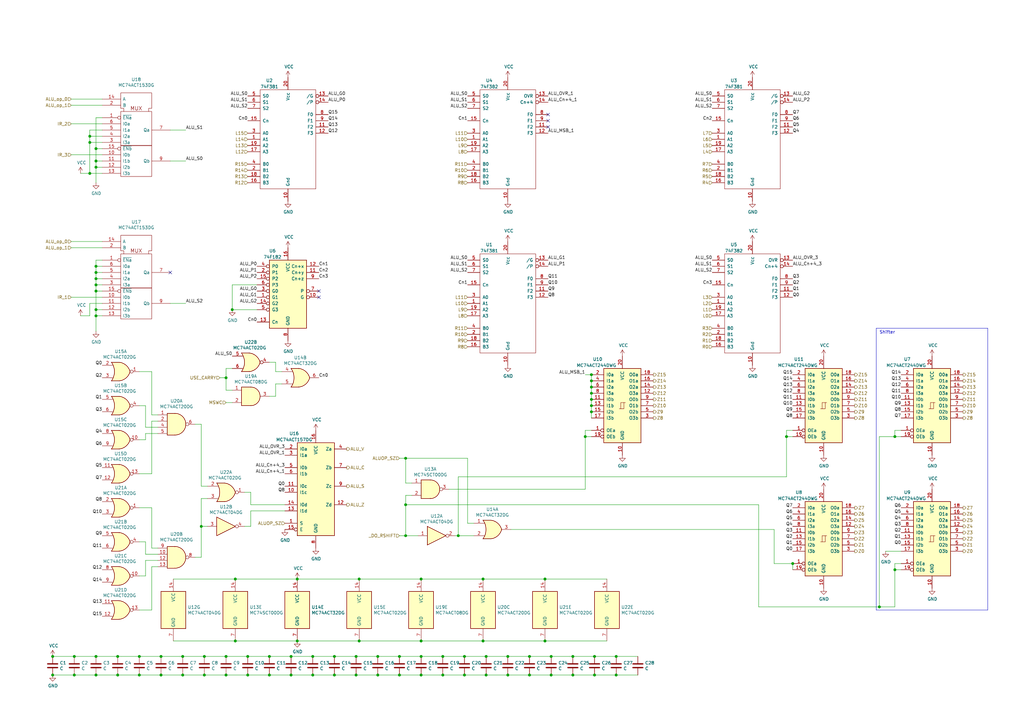
<source format=kicad_sch>
(kicad_sch (version 20200827) (generator eeschema)
  (page 3 7)
  (paper "A3")
  (junction (at 21.59 269.24) (diameter 1.016))
  (junction (at 21.59 276.86) (diameter 1.016))
  (junction (at 30.48 269.24) (diameter 1.016))
  (junction (at 30.48 276.86) (diameter 1.016))
  (junction (at 36.83 55.88) (diameter 1.016))
  (junction (at 36.83 58.42) (diameter 1.016))
  (junction (at 36.83 71.12) (diameter 1.016))
  (junction (at 39.37 60.96) (diameter 1.016))
  (junction (at 39.37 66.04) (diameter 1.016))
  (junction (at 39.37 68.58) (diameter 1.016))
  (junction (at 39.37 109.22) (diameter 1.016))
  (junction (at 39.37 111.76) (diameter 1.016))
  (junction (at 39.37 114.3) (diameter 1.016))
  (junction (at 39.37 116.84) (diameter 1.016))
  (junction (at 39.37 119.38) (diameter 1.016))
  (junction (at 39.37 127) (diameter 1.016))
  (junction (at 39.37 129.54) (diameter 1.016))
  (junction (at 39.37 269.24) (diameter 1.016))
  (junction (at 39.37 276.86) (diameter 1.016))
  (junction (at 48.26 269.24) (diameter 1.016))
  (junction (at 48.26 276.86) (diameter 1.016))
  (junction (at 57.15 269.24) (diameter 1.016))
  (junction (at 57.15 276.86) (diameter 1.016))
  (junction (at 66.04 269.24) (diameter 1.016))
  (junction (at 66.04 276.86) (diameter 1.016))
  (junction (at 74.93 269.24) (diameter 1.016))
  (junction (at 74.93 276.86) (diameter 1.016))
  (junction (at 82.55 215.9) (diameter 1.016))
  (junction (at 83.82 269.24) (diameter 1.016))
  (junction (at 83.82 276.86) (diameter 1.016))
  (junction (at 92.71 154.94) (diameter 1.016))
  (junction (at 92.71 269.24) (diameter 1.016))
  (junction (at 92.71 276.86) (diameter 1.016))
  (junction (at 95.25 127) (diameter 1.016))
  (junction (at 96.52 237.49) (diameter 1.016))
  (junction (at 96.52 262.89) (diameter 1.016))
  (junction (at 101.6 269.24) (diameter 1.016))
  (junction (at 101.6 276.86) (diameter 1.016))
  (junction (at 110.49 269.24) (diameter 1.016))
  (junction (at 110.49 276.86) (diameter 1.016))
  (junction (at 119.38 269.24) (diameter 1.016))
  (junction (at 119.38 276.86) (diameter 1.016))
  (junction (at 121.92 237.49) (diameter 1.016))
  (junction (at 121.92 262.89) (diameter 1.016))
  (junction (at 128.27 269.24) (diameter 1.016))
  (junction (at 128.27 276.86) (diameter 1.016))
  (junction (at 137.16 269.24) (diameter 1.016))
  (junction (at 137.16 276.86) (diameter 1.016))
  (junction (at 146.05 269.24) (diameter 1.016))
  (junction (at 146.05 276.86) (diameter 1.016))
  (junction (at 147.32 237.49) (diameter 1.016))
  (junction (at 147.32 262.89) (diameter 1.016))
  (junction (at 154.94 269.24) (diameter 1.016))
  (junction (at 154.94 276.86) (diameter 1.016))
  (junction (at 163.83 269.24) (diameter 1.016))
  (junction (at 163.83 276.86) (diameter 1.016))
  (junction (at 166.37 187.96) (diameter 1.016))
  (junction (at 166.37 207.01) (diameter 1.016))
  (junction (at 166.37 219.71) (diameter 1.016))
  (junction (at 172.72 237.49) (diameter 1.016))
  (junction (at 172.72 262.89) (diameter 1.016))
  (junction (at 172.72 269.24) (diameter 1.016))
  (junction (at 172.72 276.86) (diameter 1.016))
  (junction (at 181.61 269.24) (diameter 1.016))
  (junction (at 181.61 276.86) (diameter 1.016))
  (junction (at 187.96 219.71) (diameter 1.016))
  (junction (at 190.5 269.24) (diameter 1.016))
  (junction (at 190.5 276.86) (diameter 1.016))
  (junction (at 198.12 237.49) (diameter 1.016))
  (junction (at 198.12 262.89) (diameter 1.016))
  (junction (at 199.39 269.24) (diameter 1.016))
  (junction (at 199.39 276.86) (diameter 1.016))
  (junction (at 208.28 269.24) (diameter 1.016))
  (junction (at 208.28 276.86) (diameter 1.016))
  (junction (at 217.17 269.24) (diameter 1.016))
  (junction (at 217.17 276.86) (diameter 1.016))
  (junction (at 223.52 237.49) (diameter 1.016))
  (junction (at 223.52 262.89) (diameter 1.016))
  (junction (at 226.06 269.24) (diameter 1.016))
  (junction (at 226.06 276.86) (diameter 1.016))
  (junction (at 234.95 269.24) (diameter 1.016))
  (junction (at 234.95 276.86) (diameter 1.016))
  (junction (at 240.03 179.07) (diameter 1.016))
  (junction (at 242.57 153.67) (diameter 1.016))
  (junction (at 242.57 156.21) (diameter 1.016))
  (junction (at 242.57 158.75) (diameter 1.016))
  (junction (at 242.57 161.29) (diameter 1.016))
  (junction (at 242.57 163.83) (diameter 1.016))
  (junction (at 242.57 166.37) (diameter 1.016))
  (junction (at 242.57 168.91) (diameter 1.016))
  (junction (at 243.84 269.24) (diameter 1.016))
  (junction (at 243.84 276.86) (diameter 1.016))
  (junction (at 252.73 269.24) (diameter 1.016))
  (junction (at 252.73 276.86) (diameter 1.016))
  (junction (at 322.58 179.07) (diameter 1.016))
  (junction (at 325.12 231.14) (diameter 1.016))
  (junction (at 360.68 248.92) (diameter 1.016))
  (junction (at 367.03 179.07) (diameter 1.016))
  (junction (at 367.03 233.68) (diameter 1.016))
  (no_connect (at 224.79 46.99))
  (no_connect (at 69.85 111.76))
  (no_connect (at 224.79 52.07))
  (no_connect (at 130.81 121.92))
  (no_connect (at 130.81 119.38))
  (no_connect (at 224.79 49.53))
  (wire (pts (xy 21.59 269.24) (xy 30.48 269.24)))
  (wire (pts (xy 21.59 276.86) (xy 30.48 276.86)))
  (wire (pts (xy 29.21 40.64) (xy 41.91 40.64)))
  (wire (pts (xy 29.21 43.18) (xy 41.91 43.18)))
  (wire (pts (xy 29.21 50.8) (xy 41.91 50.8)))
  (wire (pts (xy 29.21 63.5) (xy 41.91 63.5)))
  (wire (pts (xy 29.21 99.06) (xy 41.91 99.06)))
  (wire (pts (xy 29.21 101.6) (xy 41.91 101.6)))
  (wire (pts (xy 30.48 269.24) (xy 39.37 269.24)))
  (wire (pts (xy 30.48 276.86) (xy 39.37 276.86)))
  (wire (pts (xy 36.83 53.34) (xy 36.83 55.88)))
  (wire (pts (xy 36.83 55.88) (xy 36.83 58.42)))
  (wire (pts (xy 36.83 55.88) (xy 41.91 55.88)))
  (wire (pts (xy 36.83 58.42) (xy 36.83 71.12)))
  (wire (pts (xy 36.83 58.42) (xy 41.91 58.42)))
  (wire (pts (xy 36.83 71.12) (xy 33.02 71.12)))
  (wire (pts (xy 36.83 71.12) (xy 41.91 71.12)))
  (wire (pts (xy 36.83 124.46) (xy 36.83 129.54)))
  (wire (pts (xy 36.83 129.54) (xy 33.02 129.54)))
  (wire (pts (xy 39.37 48.26) (xy 39.37 60.96)))
  (wire (pts (xy 39.37 60.96) (xy 39.37 66.04)))
  (wire (pts (xy 39.37 60.96) (xy 41.91 60.96)))
  (wire (pts (xy 39.37 66.04) (xy 39.37 68.58)))
  (wire (pts (xy 39.37 68.58) (xy 39.37 74.93)))
  (wire (pts (xy 39.37 106.68) (xy 39.37 109.22)))
  (wire (pts (xy 39.37 109.22) (xy 39.37 111.76)))
  (wire (pts (xy 39.37 111.76) (xy 39.37 114.3)))
  (wire (pts (xy 39.37 114.3) (xy 39.37 116.84)))
  (wire (pts (xy 39.37 116.84) (xy 39.37 119.38)))
  (wire (pts (xy 39.37 119.38) (xy 39.37 127)))
  (wire (pts (xy 39.37 119.38) (xy 41.91 119.38)))
  (wire (pts (xy 39.37 127) (xy 39.37 129.54)))
  (wire (pts (xy 39.37 127) (xy 41.91 127)))
  (wire (pts (xy 39.37 129.54) (xy 39.37 135.89)))
  (wire (pts (xy 39.37 129.54) (xy 41.91 129.54)))
  (wire (pts (xy 39.37 269.24) (xy 48.26 269.24)))
  (wire (pts (xy 39.37 276.86) (xy 48.26 276.86)))
  (wire (pts (xy 41.91 48.26) (xy 39.37 48.26)))
  (wire (pts (xy 41.91 53.34) (xy 36.83 53.34)))
  (wire (pts (xy 41.91 66.04) (xy 39.37 66.04)))
  (wire (pts (xy 41.91 68.58) (xy 39.37 68.58)))
  (wire (pts (xy 41.91 106.68) (xy 39.37 106.68)))
  (wire (pts (xy 41.91 109.22) (xy 39.37 109.22)))
  (wire (pts (xy 41.91 111.76) (xy 39.37 111.76)))
  (wire (pts (xy 41.91 114.3) (xy 39.37 114.3)))
  (wire (pts (xy 41.91 116.84) (xy 39.37 116.84)))
  (wire (pts (xy 41.91 121.92) (xy 29.21 121.92)))
  (wire (pts (xy 41.91 124.46) (xy 36.83 124.46)))
  (wire (pts (xy 48.26 269.24) (xy 57.15 269.24)))
  (wire (pts (xy 48.26 276.86) (xy 57.15 276.86)))
  (wire (pts (xy 57.15 152.4) (xy 62.23 152.4)))
  (wire (pts (xy 57.15 166.37) (xy 59.69 166.37)))
  (wire (pts (xy 57.15 180.34) (xy 59.69 180.34)))
  (wire (pts (xy 57.15 194.31) (xy 62.23 194.31)))
  (wire (pts (xy 57.15 208.28) (xy 62.23 208.28)))
  (wire (pts (xy 57.15 222.25) (xy 59.69 222.25)))
  (wire (pts (xy 57.15 236.22) (xy 59.69 236.22)))
  (wire (pts (xy 57.15 250.19) (xy 62.23 250.19)))
  (wire (pts (xy 57.15 269.24) (xy 66.04 269.24)))
  (wire (pts (xy 57.15 276.86) (xy 66.04 276.86)))
  (wire (pts (xy 59.69 166.37) (xy 59.69 175.26)))
  (wire (pts (xy 59.69 175.26) (xy 64.77 175.26)))
  (wire (pts (xy 59.69 177.8) (xy 64.77 177.8)))
  (wire (pts (xy 59.69 180.34) (xy 59.69 177.8)))
  (wire (pts (xy 59.69 222.25) (xy 59.69 227.33)))
  (wire (pts (xy 59.69 227.33) (xy 64.77 227.33)))
  (wire (pts (xy 59.69 229.87) (xy 64.77 229.87)))
  (wire (pts (xy 59.69 236.22) (xy 59.69 229.87)))
  (wire (pts (xy 62.23 152.4) (xy 62.23 170.18)))
  (wire (pts (xy 62.23 170.18) (xy 64.77 170.18)))
  (wire (pts (xy 62.23 172.72) (xy 64.77 172.72)))
  (wire (pts (xy 62.23 194.31) (xy 62.23 172.72)))
  (wire (pts (xy 62.23 208.28) (xy 62.23 224.79)))
  (wire (pts (xy 62.23 224.79) (xy 64.77 224.79)))
  (wire (pts (xy 62.23 232.41) (xy 64.77 232.41)))
  (wire (pts (xy 62.23 250.19) (xy 62.23 232.41)))
  (wire (pts (xy 66.04 269.24) (xy 74.93 269.24)))
  (wire (pts (xy 66.04 276.86) (xy 74.93 276.86)))
  (wire (pts (xy 69.85 53.34) (xy 76.2 53.34)))
  (wire (pts (xy 69.85 66.04) (xy 76.2 66.04)))
  (wire (pts (xy 69.85 124.46) (xy 76.2 124.46)))
  (wire (pts (xy 71.12 237.49) (xy 96.52 237.49)))
  (wire (pts (xy 71.12 262.89) (xy 96.52 262.89)))
  (wire (pts (xy 74.93 269.24) (xy 83.82 269.24)))
  (wire (pts (xy 74.93 276.86) (xy 83.82 276.86)))
  (wire (pts (xy 80.01 173.99) (xy 82.55 173.99)))
  (wire (pts (xy 80.01 228.6) (xy 82.55 228.6)))
  (wire (pts (xy 82.55 173.99) (xy 82.55 199.39)))
  (wire (pts (xy 82.55 199.39) (xy 85.09 199.39)))
  (wire (pts (xy 82.55 204.47) (xy 85.09 204.47)))
  (wire (pts (xy 82.55 215.9) (xy 82.55 204.47)))
  (wire (pts (xy 82.55 215.9) (xy 85.09 215.9)))
  (wire (pts (xy 82.55 228.6) (xy 82.55 215.9)))
  (wire (pts (xy 83.82 269.24) (xy 92.71 269.24)))
  (wire (pts (xy 83.82 276.86) (xy 92.71 276.86)))
  (wire (pts (xy 90.17 154.94) (xy 92.71 154.94)))
  (wire (pts (xy 92.71 151.13) (xy 95.25 151.13)))
  (wire (pts (xy 92.71 154.94) (xy 92.71 151.13)))
  (wire (pts (xy 92.71 154.94) (xy 92.71 160.02)))
  (wire (pts (xy 92.71 160.02) (xy 95.25 160.02)))
  (wire (pts (xy 92.71 165.1) (xy 95.25 165.1)))
  (wire (pts (xy 92.71 269.24) (xy 101.6 269.24)))
  (wire (pts (xy 92.71 276.86) (xy 101.6 276.86)))
  (wire (pts (xy 95.25 116.84) (xy 95.25 127)))
  (wire (pts (xy 96.52 237.49) (xy 121.92 237.49)))
  (wire (pts (xy 96.52 262.89) (xy 121.92 262.89)))
  (wire (pts (xy 100.33 201.93) (xy 102.87 201.93)))
  (wire (pts (xy 100.33 215.9) (xy 102.87 215.9)))
  (wire (pts (xy 101.6 269.24) (xy 110.49 269.24)))
  (wire (pts (xy 101.6 276.86) (xy 110.49 276.86)))
  (wire (pts (xy 102.87 201.93) (xy 102.87 207.01)))
  (wire (pts (xy 102.87 207.01) (xy 116.84 207.01)))
  (wire (pts (xy 102.87 209.55) (xy 116.84 209.55)))
  (wire (pts (xy 102.87 215.9) (xy 102.87 209.55)))
  (wire (pts (xy 105.41 116.84) (xy 95.25 116.84)))
  (wire (pts (xy 105.41 127) (xy 95.25 127)))
  (wire (pts (xy 110.49 148.59) (xy 113.03 148.59)))
  (wire (pts (xy 110.49 162.56) (xy 113.03 162.56)))
  (wire (pts (xy 110.49 269.24) (xy 119.38 269.24)))
  (wire (pts (xy 110.49 276.86) (xy 119.38 276.86)))
  (wire (pts (xy 113.03 148.59) (xy 113.03 152.4)))
  (wire (pts (xy 113.03 152.4) (xy 115.57 152.4)))
  (wire (pts (xy 113.03 157.48) (xy 115.57 157.48)))
  (wire (pts (xy 113.03 162.56) (xy 113.03 157.48)))
  (wire (pts (xy 119.38 269.24) (xy 128.27 269.24)))
  (wire (pts (xy 119.38 276.86) (xy 128.27 276.86)))
  (wire (pts (xy 121.92 237.49) (xy 147.32 237.49)))
  (wire (pts (xy 121.92 262.89) (xy 147.32 262.89)))
  (wire (pts (xy 128.27 269.24) (xy 137.16 269.24)))
  (wire (pts (xy 128.27 276.86) (xy 137.16 276.86)))
  (wire (pts (xy 137.16 269.24) (xy 146.05 269.24)))
  (wire (pts (xy 137.16 276.86) (xy 146.05 276.86)))
  (wire (pts (xy 146.05 269.24) (xy 154.94 269.24)))
  (wire (pts (xy 146.05 276.86) (xy 154.94 276.86)))
  (wire (pts (xy 147.32 237.49) (xy 172.72 237.49)))
  (wire (pts (xy 147.32 262.89) (xy 172.72 262.89)))
  (wire (pts (xy 154.94 269.24) (xy 163.83 269.24)))
  (wire (pts (xy 154.94 276.86) (xy 163.83 276.86)))
  (wire (pts (xy 163.83 187.96) (xy 166.37 187.96)))
  (wire (pts (xy 163.83 269.24) (xy 172.72 269.24)))
  (wire (pts (xy 163.83 276.86) (xy 172.72 276.86)))
  (wire (pts (xy 166.37 187.96) (xy 166.37 198.12)))
  (wire (pts (xy 166.37 187.96) (xy 191.77 187.96)))
  (wire (pts (xy 166.37 198.12) (xy 168.91 198.12)))
  (wire (pts (xy 166.37 203.2) (xy 168.91 203.2)))
  (wire (pts (xy 166.37 207.01) (xy 166.37 203.2)))
  (wire (pts (xy 166.37 207.01) (xy 311.15 207.01)))
  (wire (pts (xy 166.37 219.71) (xy 163.83 219.71)))
  (wire (pts (xy 166.37 219.71) (xy 166.37 207.01)))
  (wire (pts (xy 171.45 219.71) (xy 166.37 219.71)))
  (wire (pts (xy 172.72 237.49) (xy 198.12 237.49)))
  (wire (pts (xy 172.72 262.89) (xy 198.12 262.89)))
  (wire (pts (xy 172.72 269.24) (xy 181.61 269.24)))
  (wire (pts (xy 172.72 276.86) (xy 181.61 276.86)))
  (wire (pts (xy 181.61 269.24) (xy 190.5 269.24)))
  (wire (pts (xy 181.61 276.86) (xy 190.5 276.86)))
  (wire (pts (xy 184.15 200.66) (xy 240.03 200.66)))
  (wire (pts (xy 186.69 219.71) (xy 187.96 219.71)))
  (wire (pts (xy 187.96 195.58) (xy 187.96 219.71)))
  (wire (pts (xy 187.96 219.71) (xy 194.31 219.71)))
  (wire (pts (xy 190.5 269.24) (xy 199.39 269.24)))
  (wire (pts (xy 190.5 276.86) (xy 199.39 276.86)))
  (wire (pts (xy 191.77 187.96) (xy 191.77 214.63)))
  (wire (pts (xy 191.77 214.63) (xy 194.31 214.63)))
  (wire (pts (xy 198.12 237.49) (xy 223.52 237.49)))
  (wire (pts (xy 198.12 262.89) (xy 223.52 262.89)))
  (wire (pts (xy 199.39 269.24) (xy 208.28 269.24)))
  (wire (pts (xy 199.39 276.86) (xy 208.28 276.86)))
  (wire (pts (xy 208.28 269.24) (xy 217.17 269.24)))
  (wire (pts (xy 208.28 276.86) (xy 217.17 276.86)))
  (wire (pts (xy 209.55 217.17) (xy 317.5 217.17)))
  (wire (pts (xy 217.17 269.24) (xy 226.06 269.24)))
  (wire (pts (xy 217.17 276.86) (xy 226.06 276.86)))
  (wire (pts (xy 223.52 237.49) (xy 248.92 237.49)))
  (wire (pts (xy 223.52 262.89) (xy 248.92 262.89)))
  (wire (pts (xy 226.06 269.24) (xy 234.95 269.24)))
  (wire (pts (xy 226.06 276.86) (xy 234.95 276.86)))
  (wire (pts (xy 234.95 269.24) (xy 243.84 269.24)))
  (wire (pts (xy 234.95 276.86) (xy 243.84 276.86)))
  (wire (pts (xy 240.03 153.67) (xy 242.57 153.67)))
  (wire (pts (xy 240.03 176.53) (xy 242.57 176.53)))
  (wire (pts (xy 240.03 179.07) (xy 240.03 176.53)))
  (wire (pts (xy 240.03 200.66) (xy 240.03 179.07)))
  (wire (pts (xy 242.57 153.67) (xy 242.57 156.21)))
  (wire (pts (xy 242.57 156.21) (xy 242.57 158.75)))
  (wire (pts (xy 242.57 158.75) (xy 242.57 161.29)))
  (wire (pts (xy 242.57 161.29) (xy 242.57 163.83)))
  (wire (pts (xy 242.57 163.83) (xy 242.57 166.37)))
  (wire (pts (xy 242.57 166.37) (xy 242.57 168.91)))
  (wire (pts (xy 242.57 168.91) (xy 242.57 171.45)))
  (wire (pts (xy 242.57 179.07) (xy 240.03 179.07)))
  (wire (pts (xy 243.84 269.24) (xy 252.73 269.24)))
  (wire (pts (xy 243.84 276.86) (xy 252.73 276.86)))
  (wire (pts (xy 252.73 269.24) (xy 261.62 269.24)))
  (wire (pts (xy 252.73 276.86) (xy 261.62 276.86)))
  (wire (pts (xy 311.15 207.01) (xy 311.15 248.92)))
  (wire (pts (xy 317.5 217.17) (xy 317.5 231.14)))
  (wire (pts (xy 317.5 231.14) (xy 325.12 231.14)))
  (wire (pts (xy 322.58 176.53) (xy 322.58 179.07)))
  (wire (pts (xy 322.58 179.07) (xy 322.58 195.58)))
  (wire (pts (xy 322.58 179.07) (xy 325.12 179.07)))
  (wire (pts (xy 322.58 195.58) (xy 187.96 195.58)))
  (wire (pts (xy 325.12 176.53) (xy 322.58 176.53)))
  (wire (pts (xy 325.12 231.14) (xy 325.12 233.68)))
  (wire (pts (xy 360.68 179.07) (xy 367.03 179.07)))
  (wire (pts (xy 360.68 248.92) (xy 311.15 248.92)))
  (wire (pts (xy 360.68 248.92) (xy 360.68 179.07)))
  (wire (pts (xy 363.22 226.06) (xy 369.57 226.06)))
  (wire (pts (xy 367.03 176.53) (xy 369.57 176.53)))
  (wire (pts (xy 367.03 179.07) (xy 367.03 176.53)))
  (wire (pts (xy 367.03 179.07) (xy 369.57 179.07)))
  (wire (pts (xy 367.03 231.14) (xy 369.57 231.14)))
  (wire (pts (xy 367.03 233.68) (xy 367.03 231.14)))
  (wire (pts (xy 367.03 233.68) (xy 367.03 248.92)))
  (wire (pts (xy 367.03 248.92) (xy 360.68 248.92)))
  (wire (pts (xy 369.57 233.68) (xy 367.03 233.68)))
  (polyline (pts (xy 359.41 134.62) (xy 405.13 134.62)) (stroke (width 0) (type solid)))
  (polyline (pts (xy 359.41 250.19) (xy 359.41 134.62)) (stroke (width 0) (type solid)))
  (polyline (pts (xy 405.13 134.62) (xy 405.13 250.19)) (stroke (width 0) (type solid)))
  (polyline (pts (xy 405.13 250.19) (xy 359.41 250.19)) (stroke (width 0) (type solid)))
  (text "Shifter" (at 360.68 137.16 0) (effects (font (size 1.27 1.27)) (justify left bottom)))
  (label "Q0" (at 41.91 149.86 180))
  (label "Q2" (at 41.91 154.94 180))
  (label "Q1" (at 41.91 163.83 180))
  (label "Q3" (at 41.91 168.91 180))
  (label "Q4" (at 41.91 177.8 180))
  (label "Q6" (at 41.91 182.88 180))
  (label "Q5" (at 41.91 191.77 180))
  (label "Q7" (at 41.91 196.85 180))
  (label "Q8" (at 41.91 205.74 180))
  (label "Q10" (at 41.91 210.82 180))
  (label "Q9" (at 41.91 219.71 180))
  (label "Q11" (at 41.91 224.79 180))
  (label "Q12" (at 41.91 233.68 180))
  (label "Q14" (at 41.91 238.76 180))
  (label "Q13" (at 41.91 247.65 180))
  (label "Q15" (at 41.91 252.73 180))
  (label "ALU_S1" (at 76.2 53.34 0))
  (label "ALU_S0" (at 76.2 66.04 0))
  (label "ALU_S2" (at 76.2 124.46 0))
  (label "ALU_S0" (at 95.25 146.05 180))
  (label "ALU_S0" (at 101.6 39.37 180))
  (label "ALU_S1" (at 101.6 41.91 180))
  (label "ALU_S2" (at 101.6 44.45 180))
  (label "Cn0" (at 101.6 49.53 180))
  (label "ALU_P0" (at 105.41 109.22 180))
  (label "ALU_P1" (at 105.41 111.76 180))
  (label "ALU_P2" (at 105.41 114.3 180))
  (label "ALU_G0" (at 105.41 119.38 180))
  (label "ALU_G1" (at 105.41 121.92 180))
  (label "ALU_G2" (at 105.41 124.46 180))
  (label "Cn0" (at 105.41 132.08 180))
  (label "ALU_OVR_3" (at 116.84 184.15 180))
  (label "ALU_OVR_1" (at 116.84 186.69 180))
  (label "ALU_Cn+4_3" (at 116.84 191.77 180))
  (label "ALU_Cn+4_1" (at 116.84 194.31 180))
  (label "Q0" (at 116.84 199.39 180))
  (label "Q8" (at 116.84 201.93 180))
  (label "Cn1" (at 130.81 109.22 0))
  (label "Cn2" (at 130.81 111.76 0))
  (label "Cn3" (at 130.81 114.3 0))
  (label "Cn0" (at 130.81 154.94 0))
  (label "ALU_G0" (at 134.62 39.37 0))
  (label "ALU_P0" (at 134.62 41.91 0))
  (label "Q15" (at 134.62 46.99 0))
  (label "Q14" (at 134.62 49.53 0))
  (label "Q13" (at 134.62 52.07 0))
  (label "Q12" (at 134.62 54.61 0))
  (label "ALU_S0" (at 191.77 39.37 180))
  (label "ALU_S1" (at 191.77 41.91 180))
  (label "ALU_S2" (at 191.77 44.45 180))
  (label "Cn1" (at 191.77 49.53 180))
  (label "ALU_S0" (at 191.77 106.68 180))
  (label "ALU_S1" (at 191.77 109.22 180))
  (label "ALU_S2" (at 191.77 111.76 180))
  (label "Cn1" (at 191.77 116.84 180))
  (label "ALU_OVR_1" (at 224.79 39.37 0))
  (label "ALU_Cn+4_1" (at 224.79 41.91 0))
  (label "ALU_MSB_1" (at 224.79 54.61 0))
  (label "ALU_G1" (at 224.79 106.68 0))
  (label "ALU_P1" (at 224.79 109.22 0))
  (label "Q11" (at 224.79 114.3 0))
  (label "Q10" (at 224.79 116.84 0))
  (label "Q9" (at 224.79 119.38 0))
  (label "Q8" (at 224.79 121.92 0))
  (label "ALU_MSB_1" (at 240.03 153.67 180))
  (label "ALU_S0" (at 292.1 39.37 180))
  (label "ALU_S1" (at 292.1 41.91 180))
  (label "ALU_S2" (at 292.1 44.45 180))
  (label "Cn2" (at 292.1 49.53 180))
  (label "ALU_S0" (at 292.1 106.68 180))
  (label "ALU_S1" (at 292.1 109.22 180))
  (label "ALU_S2" (at 292.1 111.76 180))
  (label "Cn3" (at 292.1 116.84 180))
  (label "ALU_G2" (at 325.12 39.37 0))
  (label "ALU_P2" (at 325.12 41.91 0))
  (label "Q7" (at 325.12 46.99 0))
  (label "Q6" (at 325.12 49.53 0))
  (label "Q5" (at 325.12 52.07 0))
  (label "Q4" (at 325.12 54.61 0))
  (label "ALU_OVR_3" (at 325.12 106.68 0))
  (label "ALU_Cn+4_3" (at 325.12 109.22 0))
  (label "Q3" (at 325.12 114.3 0))
  (label "Q2" (at 325.12 116.84 0))
  (label "Q1" (at 325.12 119.38 0))
  (label "Q0" (at 325.12 121.92 0))
  (label "Q15" (at 325.12 153.67 180))
  (label "Q14" (at 325.12 156.21 180))
  (label "Q13" (at 325.12 158.75 180))
  (label "Q12" (at 325.12 161.29 180))
  (label "Q11" (at 325.12 163.83 180))
  (label "Q10" (at 325.12 166.37 180))
  (label "Q9" (at 325.12 168.91 180))
  (label "Q8" (at 325.12 171.45 180))
  (label "Q7" (at 325.12 208.28 180))
  (label "Q6" (at 325.12 210.82 180))
  (label "Q5" (at 325.12 213.36 180))
  (label "Q4" (at 325.12 215.9 180))
  (label "Q3" (at 325.12 218.44 180))
  (label "Q2" (at 325.12 220.98 180))
  (label "Q1" (at 325.12 223.52 180))
  (label "Q0" (at 325.12 226.06 180))
  (label "Q14" (at 369.57 153.67 180))
  (label "Q13" (at 369.57 156.21 180))
  (label "Q12" (at 369.57 158.75 180))
  (label "Q11" (at 369.57 161.29 180))
  (label "Q10" (at 369.57 163.83 180))
  (label "Q9" (at 369.57 166.37 180))
  (label "Q8" (at 369.57 168.91 180))
  (label "Q7" (at 369.57 171.45 180))
  (label "Q6" (at 369.57 208.28 180))
  (label "Q5" (at 369.57 210.82 180))
  (label "Q4" (at 369.57 213.36 180))
  (label "Q3" (at 369.57 215.9 180))
  (label "Q2" (at 369.57 218.44 180))
  (label "Q1" (at 369.57 220.98 180))
  (label "Q0" (at 369.57 223.52 180))
  (hierarchical_label "ALU_op_0" (shape input) (at 29.21 40.64 180))
  (hierarchical_label "ALU_op_1" (shape input) (at 29.21 43.18 180))
  (hierarchical_label "IR_2" (shape input) (at 29.21 50.8 180))
  (hierarchical_label "IR_3" (shape input) (at 29.21 63.5 180))
  (hierarchical_label "ALU_op_0" (shape input) (at 29.21 99.06 180))
  (hierarchical_label "ALU_op_1" (shape input) (at 29.21 101.6 180))
  (hierarchical_label "IR_1" (shape input) (at 29.21 121.92 180))
  (hierarchical_label "USE_CARRY" (shape input) (at 90.17 154.94 180))
  (hierarchical_label "MSWC" (shape input) (at 92.71 165.1 180))
  (hierarchical_label "L15" (shape input) (at 101.6 54.61 180))
  (hierarchical_label "L14" (shape input) (at 101.6 57.15 180))
  (hierarchical_label "L13" (shape input) (at 101.6 59.69 180))
  (hierarchical_label "L12" (shape input) (at 101.6 62.23 180))
  (hierarchical_label "R15" (shape input) (at 101.6 67.31 180))
  (hierarchical_label "R14" (shape input) (at 101.6 69.85 180))
  (hierarchical_label "R13" (shape input) (at 101.6 72.39 180))
  (hierarchical_label "R12" (shape input) (at 101.6 74.93 180))
  (hierarchical_label "ALUOP_SZ" (shape input) (at 116.84 214.63 180))
  (hierarchical_label "ALU_V" (shape output) (at 142.24 184.15 0))
  (hierarchical_label "ALU_C" (shape output) (at 142.24 191.77 0))
  (hierarchical_label "ALU_S" (shape output) (at 142.24 199.39 0))
  (hierarchical_label "ALU_Z" (shape output) (at 142.24 207.01 0))
  (hierarchical_label "ALUOP_SZ" (shape input) (at 163.83 187.96 180))
  (hierarchical_label "_DO_RSHIFT" (shape input) (at 163.83 219.71 180))
  (hierarchical_label "L11" (shape input) (at 191.77 54.61 180))
  (hierarchical_label "L10" (shape input) (at 191.77 57.15 180))
  (hierarchical_label "L9" (shape input) (at 191.77 59.69 180))
  (hierarchical_label "L8" (shape input) (at 191.77 62.23 180))
  (hierarchical_label "R11" (shape input) (at 191.77 67.31 180))
  (hierarchical_label "R10" (shape input) (at 191.77 69.85 180))
  (hierarchical_label "R9" (shape input) (at 191.77 72.39 180))
  (hierarchical_label "R8" (shape input) (at 191.77 74.93 180))
  (hierarchical_label "L11" (shape input) (at 191.77 121.92 180))
  (hierarchical_label "L10" (shape input) (at 191.77 124.46 180))
  (hierarchical_label "L9" (shape input) (at 191.77 127 180))
  (hierarchical_label "L8" (shape input) (at 191.77 129.54 180))
  (hierarchical_label "R11" (shape input) (at 191.77 134.62 180))
  (hierarchical_label "R10" (shape input) (at 191.77 137.16 180))
  (hierarchical_label "R9" (shape input) (at 191.77 139.7 180))
  (hierarchical_label "R8" (shape input) (at 191.77 142.24 180))
  (hierarchical_label "Z15" (shape output) (at 267.97 153.67 0))
  (hierarchical_label "Z14" (shape output) (at 267.97 156.21 0))
  (hierarchical_label "Z13" (shape output) (at 267.97 158.75 0))
  (hierarchical_label "Z12" (shape output) (at 267.97 161.29 0))
  (hierarchical_label "Z11" (shape output) (at 267.97 163.83 0))
  (hierarchical_label "Z10" (shape output) (at 267.97 166.37 0))
  (hierarchical_label "Z9" (shape output) (at 267.97 168.91 0))
  (hierarchical_label "Z8" (shape output) (at 267.97 171.45 0))
  (hierarchical_label "L7" (shape input) (at 292.1 54.61 180))
  (hierarchical_label "L6" (shape input) (at 292.1 57.15 180))
  (hierarchical_label "L5" (shape input) (at 292.1 59.69 180))
  (hierarchical_label "L4" (shape input) (at 292.1 62.23 180))
  (hierarchical_label "R7" (shape input) (at 292.1 67.31 180))
  (hierarchical_label "R6" (shape input) (at 292.1 69.85 180))
  (hierarchical_label "R5" (shape input) (at 292.1 72.39 180))
  (hierarchical_label "R4" (shape input) (at 292.1 74.93 180))
  (hierarchical_label "L3" (shape input) (at 292.1 121.92 180))
  (hierarchical_label "L2" (shape input) (at 292.1 124.46 180))
  (hierarchical_label "L1" (shape input) (at 292.1 127 180))
  (hierarchical_label "L0" (shape input) (at 292.1 129.54 180))
  (hierarchical_label "R3" (shape input) (at 292.1 134.62 180))
  (hierarchical_label "R2" (shape input) (at 292.1 137.16 180))
  (hierarchical_label "R1" (shape input) (at 292.1 139.7 180))
  (hierarchical_label "R0" (shape input) (at 292.1 142.24 180))
  (hierarchical_label "Z15" (shape output) (at 350.52 153.67 0))
  (hierarchical_label "Z14" (shape output) (at 350.52 156.21 0))
  (hierarchical_label "Z13" (shape output) (at 350.52 158.75 0))
  (hierarchical_label "Z12" (shape output) (at 350.52 161.29 0))
  (hierarchical_label "Z11" (shape output) (at 350.52 163.83 0))
  (hierarchical_label "Z10" (shape output) (at 350.52 166.37 0))
  (hierarchical_label "Z9" (shape output) (at 350.52 168.91 0))
  (hierarchical_label "Z8" (shape output) (at 350.52 171.45 0))
  (hierarchical_label "Z7" (shape output) (at 350.52 208.28 0))
  (hierarchical_label "Z6" (shape output) (at 350.52 210.82 0))
  (hierarchical_label "Z5" (shape output) (at 350.52 213.36 0))
  (hierarchical_label "Z4" (shape output) (at 350.52 215.9 0))
  (hierarchical_label "Z3" (shape output) (at 350.52 218.44 0))
  (hierarchical_label "Z2" (shape output) (at 350.52 220.98 0))
  (hierarchical_label "Z1" (shape output) (at 350.52 223.52 0))
  (hierarchical_label "Z0" (shape output) (at 350.52 226.06 0))
  (hierarchical_label "Z15" (shape output) (at 394.97 153.67 0))
  (hierarchical_label "Z14" (shape output) (at 394.97 156.21 0))
  (hierarchical_label "Z13" (shape output) (at 394.97 158.75 0))
  (hierarchical_label "Z12" (shape output) (at 394.97 161.29 0))
  (hierarchical_label "Z11" (shape output) (at 394.97 163.83 0))
  (hierarchical_label "Z10" (shape output) (at 394.97 166.37 0))
  (hierarchical_label "Z9" (shape output) (at 394.97 168.91 0))
  (hierarchical_label "Z8" (shape output) (at 394.97 171.45 0))
  (hierarchical_label "Z7" (shape output) (at 394.97 208.28 0))
  (hierarchical_label "Z6" (shape output) (at 394.97 210.82 0))
  (hierarchical_label "Z5" (shape output) (at 394.97 213.36 0))
  (hierarchical_label "Z4" (shape output) (at 394.97 215.9 0))
  (hierarchical_label "Z3" (shape output) (at 394.97 218.44 0))
  (hierarchical_label "Z2" (shape output) (at 394.97 220.98 0))
  (hierarchical_label "Z1" (shape output) (at 394.97 223.52 0))
  (hierarchical_label "Z0" (shape output) (at 394.97 226.06 0))
  (symbol (lib_id "power:VCC") (at 21.59 269.24 0) (unit 1)
    (property "Reference" "#PWR0125" (effects hide))
    (property "Value" "VCC" (at 22.0218 264.8458 0))
  )
  (symbol (lib_id "power:VCC") (at 33.02 71.12 0) (unit 1)
    (property "Reference" "#PWR0102" (effects hide))
    (property "Value" "VCC" (at 33.4518 66.7258 0))
  )
  (symbol (lib_id "power:VCC") (at 33.02 129.54 0) (unit 1)
    (property "Reference" "#PWR0104" (effects hide))
    (property "Value" "VCC" (at 33.4518 125.1458 0))
  )
  (symbol (lib_id "power:VCC") (at 118.11 31.75 0) (unit 1)
    (property "Reference" "#PWR0105" (effects hide))
    (property "Value" "VCC" (at 118.5418 27.3558 0))
  )
  (symbol (lib_id "power:VCC") (at 118.11 101.6 0) (unit 1)
    (property "Reference" "#PWR0127" (effects hide))
    (property "Value" "VCC" (at 118.5418 97.2058 0))
  )
  (symbol (lib_id "power:VCC") (at 121.92 237.49 0) (unit 1)
    (property "Reference" "#PWR0135" (effects hide))
    (property "Value" "VCC" (at 122.3518 233.0958 0))
  )
  (symbol (lib_id "power:VCC") (at 129.54 176.53 0) (unit 1)
    (property "Reference" "#PWR0132" (effects hide))
    (property "Value" "VCC" (at 129.9718 172.1358 0))
  )
  (symbol (lib_id "power:VCC") (at 208.28 31.75 0) (unit 1)
    (property "Reference" "#PWR0111" (effects hide))
    (property "Value" "VCC" (at 208.7118 27.3558 0))
  )
  (symbol (lib_id "power:VCC") (at 208.28 99.06 0) (unit 1)
    (property "Reference" "#PWR0113" (effects hide))
    (property "Value" "VCC" (at 208.7118 94.6658 0))
  )
  (symbol (lib_id "power:VCC") (at 255.27 146.05 0) (unit 1)
    (property "Reference" "#PWR0137" (effects hide))
    (property "Value" "VCC" (at 255.7018 141.6558 0))
  )
  (symbol (lib_id "power:VCC") (at 308.61 31.75 0) (unit 1)
    (property "Reference" "#PWR0117" (effects hide))
    (property "Value" "VCC" (at 309.0418 27.3558 0))
  )
  (symbol (lib_id "power:VCC") (at 308.61 99.06 0) (unit 1)
    (property "Reference" "#PWR0123" (effects hide))
    (property "Value" "VCC" (at 309.0418 94.6658 0))
  )
  (symbol (lib_id "power:VCC") (at 337.82 146.05 0) (unit 1)
    (property "Reference" "#PWR0139" (effects hide))
    (property "Value" "VCC" (at 338.2518 141.6558 0))
  )
  (symbol (lib_id "power:VCC") (at 337.82 200.66 0) (unit 1)
    (property "Reference" "#PWR0141" (effects hide))
    (property "Value" "VCC" (at 338.2518 196.2658 0))
  )
  (symbol (lib_id "power:VCC") (at 382.27 146.05 0) (unit 1)
    (property "Reference" "#PWR0144" (effects hide))
    (property "Value" "VCC" (at 382.7018 141.6558 0))
  )
  (symbol (lib_id "power:VCC") (at 382.27 200.66 0) (unit 1)
    (property "Reference" "#PWR0146" (effects hide))
    (property "Value" "VCC" (at 382.7018 196.2658 0))
  )
  (symbol (lib_id "power:GND") (at 21.59 276.86 0) (unit 1)
    (property "Reference" "#PWR0126" (effects hide))
    (property "Value" "GND" (at 21.717 281.2542 0))
  )
  (symbol (lib_id "power:GND") (at 39.37 74.93 0) (unit 1)
    (property "Reference" "#PWR0101" (effects hide))
    (property "Value" "GND" (at 39.497 79.3242 0))
  )
  (symbol (lib_id "power:GND") (at 39.37 135.89 0) (unit 1)
    (property "Reference" "#PWR0103" (effects hide))
    (property "Value" "GND" (at 39.497 140.2842 0))
  )
  (symbol (lib_id "power:GND") (at 95.25 127 0) (unit 1)
    (property "Reference" "#PWR0131" (effects hide))
    (property "Value" "GND" (at 95.377 131.3942 0))
  )
  (symbol (lib_id "power:GND") (at 116.84 217.17 0) (unit 1)
    (property "Reference" "#PWR0134" (effects hide))
    (property "Value" "GND" (at 116.967 221.5642 0))
  )
  (symbol (lib_id "power:GND") (at 118.11 82.55 0) (unit 1)
    (property "Reference" "#PWR0106" (effects hide))
    (property "Value" "GND" (at 118.237 86.9442 0))
  )
  (symbol (lib_id "power:GND") (at 118.11 139.7 0) (unit 1)
    (property "Reference" "#PWR0128" (effects hide))
    (property "Value" "GND" (at 118.237 144.0942 0))
  )
  (symbol (lib_id "power:GND") (at 121.92 262.89 0) (unit 1)
    (property "Reference" "#PWR0136" (effects hide))
    (property "Value" "GND" (at 122.047 267.2842 0))
  )
  (symbol (lib_id "power:GND") (at 129.54 224.79 0) (unit 1)
    (property "Reference" "#PWR0133" (effects hide))
    (property "Value" "GND" (at 129.667 229.1842 0))
  )
  (symbol (lib_id "power:GND") (at 208.28 82.55 0) (unit 1)
    (property "Reference" "#PWR0112" (effects hide))
    (property "Value" "GND" (at 208.407 86.9442 0))
  )
  (symbol (lib_id "power:GND") (at 208.28 149.86 0) (unit 1)
    (property "Reference" "#PWR0114" (effects hide))
    (property "Value" "GND" (at 208.407 154.2542 0))
  )
  (symbol (lib_id "power:GND") (at 255.27 186.69 0) (unit 1)
    (property "Reference" "#PWR0138" (effects hide))
    (property "Value" "GND" (at 255.397 191.0842 0))
  )
  (symbol (lib_id "power:GND") (at 308.61 82.55 0) (unit 1)
    (property "Reference" "#PWR0118" (effects hide))
    (property "Value" "GND" (at 308.737 86.9442 0))
  )
  (symbol (lib_id "power:GND") (at 308.61 149.86 0) (unit 1)
    (property "Reference" "#PWR0124" (effects hide))
    (property "Value" "GND" (at 308.737 154.2542 0))
  )
  (symbol (lib_id "power:GND") (at 337.82 186.69 0) (unit 1)
    (property "Reference" "#PWR0140" (effects hide))
    (property "Value" "GND" (at 337.947 191.0842 0))
  )
  (symbol (lib_id "power:GND") (at 337.82 241.3 0) (unit 1)
    (property "Reference" "#PWR0142" (effects hide))
    (property "Value" "GND" (at 337.947 245.6942 0))
  )
  (symbol (lib_id "power:GND") (at 363.22 226.06 0) (unit 1)
    (property "Reference" "#PWR0143" (effects hide))
    (property "Value" "GND" (at 363.347 230.4542 0))
  )
  (symbol (lib_id "power:GND") (at 382.27 186.69 0) (unit 1)
    (property "Reference" "#PWR0145" (effects hide))
    (property "Value" "GND" (at 382.397 191.0842 0))
  )
  (symbol (lib_id "power:GND") (at 382.27 241.3 0) (unit 1)
    (property "Reference" "#PWR0147" (effects hide))
    (property "Value" "GND" (at 382.397 245.6942 0))
  )
  (symbol (lib_id "Device:C") (at 21.59 273.05 0) (unit 1)
    (property "Reference" "C1" (at 24.511 271.8816 0) (effects (justify left)))
    (property "Value" "C" (at 24.511 274.193 0) (effects (justify left)))
    (property "Footprint" "Capacitor_SMD:C_1206_3216Metric" (effects hide))
  )
  (symbol (lib_id "Device:C") (at 30.48 273.05 0) (unit 1)
    (property "Reference" "C2" (at 33.401 271.8816 0) (effects (justify left)))
    (property "Value" "C" (at 33.401 274.193 0) (effects (justify left)))
    (property "Footprint" "Capacitor_SMD:C_1206_3216Metric" (effects hide))
  )
  (symbol (lib_id "Device:C") (at 39.37 273.05 0) (unit 1)
    (property "Reference" "C3" (at 42.291 271.8816 0) (effects (justify left)))
    (property "Value" "C" (at 42.291 274.193 0) (effects (justify left)))
    (property "Footprint" "Capacitor_SMD:C_1206_3216Metric" (effects hide))
  )
  (symbol (lib_id "Device:C") (at 48.26 273.05 0) (unit 1)
    (property "Reference" "C4" (at 51.181 271.8816 0) (effects (justify left)))
    (property "Value" "C" (at 51.181 274.193 0) (effects (justify left)))
    (property "Footprint" "Capacitor_SMD:C_1206_3216Metric" (effects hide))
  )
  (symbol (lib_id "Device:C") (at 57.15 273.05 0) (unit 1)
    (property "Reference" "C5" (at 60.071 271.8816 0) (effects (justify left)))
    (property "Value" "C" (at 60.071 274.193 0) (effects (justify left)))
    (property "Footprint" "Capacitor_SMD:C_1206_3216Metric" (effects hide))
  )
  (symbol (lib_id "Device:C") (at 66.04 273.05 0) (unit 1)
    (property "Reference" "C6" (at 68.961 271.8816 0) (effects (justify left)))
    (property "Value" "C" (at 68.961 274.193 0) (effects (justify left)))
    (property "Footprint" "Capacitor_SMD:C_1206_3216Metric" (effects hide))
  )
  (symbol (lib_id "Device:C") (at 74.93 273.05 0) (unit 1)
    (property "Reference" "C7" (at 77.851 271.8816 0) (effects (justify left)))
    (property "Value" "C" (at 77.851 274.193 0) (effects (justify left)))
    (property "Footprint" "Capacitor_SMD:C_1206_3216Metric" (effects hide))
  )
  (symbol (lib_id "Device:C") (at 83.82 273.05 0) (unit 1)
    (property "Reference" "C8" (at 86.741 271.8816 0) (effects (justify left)))
    (property "Value" "C" (at 86.741 274.193 0) (effects (justify left)))
    (property "Footprint" "Capacitor_SMD:C_1206_3216Metric" (effects hide))
  )
  (symbol (lib_id "Device:C") (at 92.71 273.05 0) (unit 1)
    (property "Reference" "C9" (at 95.631 271.8816 0) (effects (justify left)))
    (property "Value" "C" (at 95.631 274.193 0) (effects (justify left)))
    (property "Footprint" "Capacitor_SMD:C_1206_3216Metric" (effects hide))
  )
  (symbol (lib_id "Device:C") (at 101.6 273.05 0) (unit 1)
    (property "Reference" "C10" (at 104.521 271.8816 0) (effects (justify left)))
    (property "Value" "C" (at 104.521 274.193 0) (effects (justify left)))
    (property "Footprint" "Capacitor_SMD:C_1206_3216Metric" (effects hide))
  )
  (symbol (lib_id "Device:C") (at 110.49 273.05 0) (unit 1)
    (property "Reference" "C11" (at 113.411 271.8816 0) (effects (justify left)))
    (property "Value" "C" (at 113.411 274.193 0) (effects (justify left)))
    (property "Footprint" "Capacitor_SMD:C_1206_3216Metric" (effects hide))
  )
  (symbol (lib_id "Device:C") (at 119.38 273.05 0) (unit 1)
    (property "Reference" "C12" (at 122.301 271.8816 0) (effects (justify left)))
    (property "Value" "C" (at 122.301 274.193 0) (effects (justify left)))
    (property "Footprint" "Capacitor_SMD:C_1206_3216Metric" (effects hide))
  )
  (symbol (lib_id "Device:C") (at 128.27 273.05 0) (unit 1)
    (property "Reference" "C13" (at 131.191 271.8816 0) (effects (justify left)))
    (property "Value" "C" (at 131.191 274.193 0) (effects (justify left)))
    (property "Footprint" "Capacitor_SMD:C_1206_3216Metric" (effects hide))
  )
  (symbol (lib_id "Device:C") (at 137.16 273.05 0) (unit 1)
    (property "Reference" "C14" (at 140.081 271.8816 0) (effects (justify left)))
    (property "Value" "C" (at 140.081 274.193 0) (effects (justify left)))
    (property "Footprint" "Capacitor_SMD:C_1206_3216Metric" (effects hide))
  )
  (symbol (lib_id "Device:C") (at 146.05 273.05 0) (unit 1)
    (property "Reference" "C15" (at 148.971 271.8816 0) (effects (justify left)))
    (property "Value" "C" (at 148.971 274.193 0) (effects (justify left)))
    (property "Footprint" "Capacitor_SMD:C_1206_3216Metric" (effects hide))
  )
  (symbol (lib_id "Device:C") (at 154.94 273.05 0) (unit 1)
    (property "Reference" "C16" (at 157.861 271.8816 0) (effects (justify left)))
    (property "Value" "C" (at 157.861 274.193 0) (effects (justify left)))
    (property "Footprint" "Capacitor_SMD:C_1206_3216Metric" (effects hide))
  )
  (symbol (lib_id "Device:C") (at 163.83 273.05 0) (unit 1)
    (property "Reference" "C17" (at 166.751 271.8816 0) (effects (justify left)))
    (property "Value" "C" (at 166.751 274.193 0) (effects (justify left)))
    (property "Footprint" "Capacitor_SMD:C_1206_3216Metric" (effects hide))
  )
  (symbol (lib_id "Device:C") (at 172.72 273.05 0) (unit 1)
    (property "Reference" "C18" (at 175.641 271.8816 0) (effects (justify left)))
    (property "Value" "C" (at 175.641 274.193 0) (effects (justify left)))
    (property "Footprint" "Capacitor_SMD:C_1206_3216Metric" (effects hide))
  )
  (symbol (lib_id "Device:C") (at 181.61 273.05 0) (unit 1)
    (property "Reference" "C19" (at 184.531 271.8816 0) (effects (justify left)))
    (property "Value" "C" (at 184.531 274.193 0) (effects (justify left)))
    (property "Footprint" "Capacitor_SMD:C_1206_3216Metric" (effects hide))
  )
  (symbol (lib_id "Device:C") (at 190.5 273.05 0) (unit 1)
    (property "Reference" "C20" (at 193.421 271.8816 0) (effects (justify left)))
    (property "Value" "C" (at 193.421 274.193 0) (effects (justify left)))
    (property "Footprint" "Capacitor_SMD:C_1206_3216Metric" (effects hide))
  )
  (symbol (lib_id "Device:C") (at 199.39 273.05 0) (unit 1)
    (property "Reference" "C21" (at 202.311 271.8816 0) (effects (justify left)))
    (property "Value" "C" (at 202.311 274.193 0) (effects (justify left)))
    (property "Footprint" "Capacitor_SMD:C_1206_3216Metric" (effects hide))
  )
  (symbol (lib_id "Device:C") (at 208.28 273.05 0) (unit 1)
    (property "Reference" "C22" (at 211.201 271.8816 0) (effects (justify left)))
    (property "Value" "C" (at 211.201 274.193 0) (effects (justify left)))
    (property "Footprint" "Capacitor_SMD:C_1206_3216Metric" (effects hide))
  )
  (symbol (lib_id "Device:C") (at 217.17 273.05 0) (unit 1)
    (property "Reference" "C23" (at 220.091 271.8816 0) (effects (justify left)))
    (property "Value" "C" (at 220.091 274.193 0) (effects (justify left)))
    (property "Footprint" "Capacitor_SMD:C_1206_3216Metric" (effects hide))
  )
  (symbol (lib_id "Device:C") (at 226.06 273.05 0) (unit 1)
    (property "Reference" "C24" (at 228.981 271.8816 0) (effects (justify left)))
    (property "Value" "C" (at 228.981 274.193 0) (effects (justify left)))
    (property "Footprint" "Capacitor_SMD:C_1206_3216Metric" (effects hide))
  )
  (symbol (lib_id "Device:C") (at 234.95 273.05 0) (unit 1)
    (property "Reference" "C25" (at 237.871 271.8816 0) (effects (justify left)))
    (property "Value" "C" (at 237.871 274.193 0) (effects (justify left)))
    (property "Footprint" "Capacitor_SMD:C_1206_3216Metric" (effects hide))
  )
  (symbol (lib_id "Device:C") (at 243.84 273.05 0) (unit 1)
    (property "Reference" "C26" (at 246.761 271.8816 0) (effects (justify left)))
    (property "Value" "C" (at 246.761 274.193 0) (effects (justify left)))
    (property "Footprint" "Capacitor_SMD:C_1206_3216Metric" (effects hide))
  )
  (symbol (lib_id "Device:C") (at 252.73 273.05 0) (unit 1)
    (property "Reference" "C27" (at 255.651 271.8816 0) (effects (justify left)))
    (property "Value" "C" (at 255.651 274.193 0) (effects (justify left)))
    (property "Footprint" "Capacitor_SMD:C_1206_3216Metric" (effects hide))
  )
  (symbol (lib_id "Device:C") (at 261.62 273.05 0) (unit 1)
    (property "Reference" "C28" (at 264.541 271.8816 0) (effects (justify left)))
    (property "Value" "C" (at 264.541 274.193 0) (effects (justify left)))
    (property "Footprint" "Capacitor_SMD:C_1206_3216Metric" (effects hide))
  )
  (symbol (lib_id "74xx:74LS04") (at 92.71 215.9 0) (unit 2)
    (property "Reference" "U12" (at 92.71 207.8482 0))
    (property "Value" "MC74ACT04DG" (at 92.71 210.1596 0))
    (property "Footprint" "Package_SO:SOIC-14_3.9x8.7mm_P1.27mm" (effects hide))
    (property "Datasheet" "http://www.ti.com/lit/gpn/sn74LS04" (effects hide))
  )
  (symbol (lib_id "74xx:74LS04") (at 179.07 219.71 0) (unit 1)
    (property "Reference" "U12" (at 179.07 211.6582 0))
    (property "Value" "MC74ACT04DG" (at 179.07 213.9696 0))
    (property "Footprint" "Package_SO:SOIC-14_3.9x8.7mm_P1.27mm" (effects hide))
    (property "Datasheet" "http://www.ti.com/lit/gpn/sn74LS04" (effects hide))
  )
  (symbol (lib_id "74xx:74LS02") (at 49.53 152.4 0) (unit 1)
    (property "Reference" "U15" (at 49.53 144.145 0))
    (property "Value" "MC74ACT02DG " (at 49.53 146.4564 0))
    (property "Footprint" "Package_SO:SOIC-14_3.9x8.7mm_P1.27mm" (effects hide))
    (property "Datasheet" "http://www.ti.com/lit/gpn/sn74ls02" (effects hide))
  )
  (symbol (lib_id "74xx:74LS02") (at 49.53 166.37 0) (unit 2)
    (property "Reference" "U15" (at 49.53 158.115 0))
    (property "Value" "MC74ACT02DG " (at 49.53 160.4264 0))
    (property "Footprint" "Package_SO:SOIC-14_3.9x8.7mm_P1.27mm" (effects hide))
    (property "Datasheet" "http://www.ti.com/lit/gpn/sn74ls02" (effects hide))
  )
  (symbol (lib_id "74xx:74LS02") (at 49.53 180.34 0) (unit 3)
    (property "Reference" "U15" (at 49.53 172.085 0))
    (property "Value" "MC74ACT02DG " (at 49.53 174.3964 0))
    (property "Footprint" "Package_SO:SOIC-14_3.9x8.7mm_P1.27mm" (effects hide))
    (property "Datasheet" "http://www.ti.com/lit/gpn/sn74ls02" (effects hide))
  )
  (symbol (lib_id "74xx:74LS02") (at 49.53 194.31 0) (unit 4)
    (property "Reference" "U15" (at 49.53 186.055 0))
    (property "Value" "MC74ACT02DG " (at 49.53 188.3664 0))
    (property "Footprint" "Package_SO:SOIC-14_3.9x8.7mm_P1.27mm" (effects hide))
    (property "Datasheet" "http://www.ti.com/lit/gpn/sn74ls02" (effects hide))
  )
  (symbol (lib_id "74xx:74LS02") (at 49.53 208.28 0) (unit 1)
    (property "Reference" "U21" (at 49.53 200.025 0))
    (property "Value" "MC74ACT02DG " (at 49.53 202.3364 0))
    (property "Footprint" "Package_SO:SOIC-14_3.9x8.7mm_P1.27mm" (effects hide))
    (property "Datasheet" "http://www.ti.com/lit/gpn/sn74ls02" (effects hide))
  )
  (symbol (lib_id "74xx:74LS02") (at 49.53 222.25 0) (unit 2)
    (property "Reference" "U21" (at 49.53 213.995 0))
    (property "Value" "MC74ACT02DG " (at 49.53 216.3064 0))
    (property "Footprint" "Package_SO:SOIC-14_3.9x8.7mm_P1.27mm" (effects hide))
    (property "Datasheet" "http://www.ti.com/lit/gpn/sn74ls02" (effects hide))
  )
  (symbol (lib_id "74xx:74LS02") (at 49.53 236.22 0) (unit 3)
    (property "Reference" "U21" (at 49.53 227.965 0))
    (property "Value" "MC74ACT02DG " (at 49.53 230.2764 0))
    (property "Footprint" "Package_SO:SOIC-14_3.9x8.7mm_P1.27mm" (effects hide))
    (property "Datasheet" "http://www.ti.com/lit/gpn/sn74ls02" (effects hide))
  )
  (symbol (lib_id "74xx:74LS02") (at 49.53 250.19 0) (unit 4)
    (property "Reference" "U21" (at 49.53 241.935 0))
    (property "Value" "MC74ACT02DG " (at 49.53 244.2464 0))
    (property "Footprint" "Package_SO:SOIC-14_3.9x8.7mm_P1.27mm" (effects hide))
    (property "Datasheet" "http://www.ti.com/lit/gpn/sn74ls02" (effects hide))
  )
  (symbol (lib_id "74xx:74LS02") (at 92.71 201.93 0) (unit 1)
    (property "Reference" "U22" (at 92.71 193.675 0))
    (property "Value" "MC74ACT02DG " (at 92.71 195.9864 0))
    (property "Footprint" "Package_SO:SOIC-14_3.9x8.7mm_P1.27mm" (effects hide))
    (property "Datasheet" "http://www.ti.com/lit/gpn/sn74ls02" (effects hide))
  )
  (symbol (lib_id "74xx:74LS02") (at 102.87 148.59 0) (unit 2)
    (property "Reference" "U22" (at 102.87 140.335 0))
    (property "Value" "MC74ACT02DG " (at 102.87 142.6464 0))
    (property "Footprint" "Package_SO:SOIC-14_3.9x8.7mm_P1.27mm" (effects hide))
    (property "Datasheet" "http://www.ti.com/lit/gpn/sn74ls02" (effects hide))
  )
  (symbol (lib_id "74xx:74LS08") (at 102.87 162.56 0) (unit 1)
    (property "Reference" "U19" (at 102.87 154.305 0))
    (property "Value" "MC74ACT08DG" (at 102.87 156.6164 0))
    (property "Footprint" "Package_SO:SOIC-14_3.9x8.7mm_P1.27mm" (effects hide))
    (property "Datasheet" "http://www.ti.com/lit/gpn/sn74LS08" (effects hide))
  )
  (symbol (lib_id "74xx:74LS32") (at 123.19 154.94 0) (unit 2)
    (property "Reference" "U14" (at 123.19 146.685 0))
    (property "Value" "MC74ACT32DG" (at 123.19 148.9964 0))
    (property "Footprint" "Package_SO:SOIC-14_3.9x8.7mm_P1.27mm" (effects hide))
    (property "Datasheet" "http://www.ti.com/lit/gpn/sn74LS32" (effects hide))
  )
  (symbol (lib_id "74xx:74LS00") (at 176.53 200.66 0) (unit 1)
    (property "Reference" "U13" (at 176.53 192.405 0))
    (property "Value" "MC74SCT00DG" (at 176.53 194.7164 0))
    (property "Footprint" "Package_SO:SOIC-14_3.9x8.7mm_P1.27mm" (effects hide))
    (property "Datasheet" "http://www.ti.com/lit/gpn/sn74ls00" (effects hide))
  )
  (symbol (lib_id "74xx:74LS32") (at 201.93 217.17 0) (unit 1)
    (property "Reference" "U14" (at 201.93 208.915 0))
    (property "Value" "MC74ACT32DG" (at 201.93 211.2264 0))
    (property "Footprint" "Package_SO:SOIC-14_3.9x8.7mm_P1.27mm" (effects hide))
    (property "Datasheet" "http://www.ti.com/lit/gpn/sn74LS32" (effects hide))
  )
  (symbol (lib_id "74xx:74LS20") (at 72.39 173.99 0) (unit 1)
    (property "Reference" "U20" (at 72.39 164.465 0))
    (property "Value" "MC74ACT20DG" (at 72.39 166.7764 0))
    (property "Footprint" "Package_SO:SOIC-14_3.9x8.7mm_P1.27mm" (effects hide))
    (property "Datasheet" "http://www.ti.com/lit/gpn/sn74LS20" (effects hide))
  )
  (symbol (lib_id "74xx:74LS20") (at 72.39 228.6 0) (unit 2)
    (property "Reference" "U20" (at 72.39 219.075 0))
    (property "Value" "MC74ACT20DG" (at 72.39 221.3864 0))
    (property "Footprint" "Package_SO:SOIC-14_3.9x8.7mm_P1.27mm" (effects hide))
    (property "Datasheet" "http://www.ti.com/lit/gpn/sn74LS20" (effects hide))
  )
  (symbol (lib_id "74xx:74LS04") (at 71.12 250.19 0) (unit 7)
    (property "Reference" "U12" (at 76.962 249.0216 0) (effects (justify left)))
    (property "Value" "MC74ACT04DG" (at 76.962 251.333 0) (effects (justify left)))
    (property "Footprint" "Package_SO:SOIC-14_3.9x8.7mm_P1.27mm" (effects hide))
    (property "Datasheet" "http://www.ti.com/lit/gpn/sn74LS04" (effects hide))
  )
  (symbol (lib_id "74xx:74LS00") (at 96.52 250.19 0) (unit 5)
    (property "Reference" "U13" (at 102.362 249.0216 0) (effects (justify left)))
    (property "Value" "MC74SCT00DG" (at 102.362 251.333 0) (effects (justify left)))
    (property "Footprint" "Package_SO:SOIC-14_3.9x8.7mm_P1.27mm" (effects hide))
    (property "Datasheet" "http://www.ti.com/lit/gpn/sn74ls00" (effects hide))
  )
  (symbol (lib_id "74xx:74LS32") (at 121.92 250.19 0) (unit 5)
    (property "Reference" "U14" (at 127.762 249.0216 0) (effects (justify left)))
    (property "Value" "MC74ACT32DG" (at 127.762 251.333 0) (effects (justify left)))
    (property "Footprint" "Package_SO:SOIC-14_3.9x8.7mm_P1.27mm" (effects hide))
    (property "Datasheet" "http://www.ti.com/lit/gpn/sn74LS32" (effects hide))
  )
  (symbol (lib_id "74xx:74LS02") (at 147.32 250.19 0) (unit 5)
    (property "Reference" "U15" (at 153.162 249.0216 0) (effects (justify left)))
    (property "Value" "MC74ACT02DG " (at 153.162 251.333 0) (effects (justify left)))
    (property "Footprint" "Package_SO:SOIC-14_3.9x8.7mm_P1.27mm" (effects hide))
    (property "Datasheet" "http://www.ti.com/lit/gpn/sn74ls02" (effects hide))
  )
  (symbol (lib_id "74xx:74LS08") (at 172.72 250.19 0) (unit 5)
    (property "Reference" "U19" (at 178.562 249.0216 0) (effects (justify left)))
    (property "Value" "MC74ACT08DG" (at 178.562 251.333 0) (effects (justify left)))
    (property "Footprint" "Package_SO:SOIC-14_3.9x8.7mm_P1.27mm" (effects hide))
    (property "Datasheet" "http://www.ti.com/lit/gpn/sn74LS08" (effects hide))
  )
  (symbol (lib_id "74xx:74LS20") (at 198.12 250.19 0) (unit 3)
    (property "Reference" "U20" (at 203.962 249.0216 0) (effects (justify left)))
    (property "Value" "MC74ACT20DG" (at 203.962 251.333 0) (effects (justify left)))
    (property "Footprint" "Package_SO:SOIC-14_3.9x8.7mm_P1.27mm" (effects hide))
    (property "Datasheet" "http://www.ti.com/lit/gpn/sn74LS20" (effects hide))
  )
  (symbol (lib_id "74xx:74LS02") (at 223.52 250.19 0) (unit 5)
    (property "Reference" "U21" (at 229.362 249.0216 0) (effects (justify left)))
    (property "Value" "MC74ACT02DG " (at 229.362 251.333 0) (effects (justify left)))
    (property "Footprint" "Package_SO:SOIC-14_3.9x8.7mm_P1.27mm" (effects hide))
    (property "Datasheet" "http://www.ti.com/lit/gpn/sn74ls02" (effects hide))
  )
  (symbol (lib_id "74xx:74LS02") (at 248.92 250.19 0) (unit 5)
    (property "Reference" "U22" (at 254.762 249.0216 0) (effects (justify left)))
    (property "Value" "MC74ACT02DG " (at 254.762 251.333 0) (effects (justify left)))
    (property "Footprint" "Package_SO:SOIC-14_3.9x8.7mm_P1.27mm" (effects hide))
    (property "Datasheet" "http://www.ti.com/lit/gpn/sn74ls02" (effects hide))
  )
  (symbol (lib_id "74xx:74LS182") (at 118.11 119.38 0) (unit 1)
    (property "Reference" "U6" (at 111.76 102.87 0))
    (property "Value" "74F182" (at 111.76 105.41 0))
    (property "Footprint" "Package_DIP:DIP-16_W7.62mm" (effects hide))
    (property "Datasheet" "http://www.ti.com/lit/gpn/sn74LS182" (effects hide))
  )
  (symbol (lib_id "74xx_IEEE:74153") (at 55.88 57.15 0) (unit 1)
    (property "Reference" "U18" (at 55.88 32.6136 0))
    (property "Value" "MC74ACT153DG" (at 55.88 34.925 0))
    (property "Footprint" "Package_SO:SOIC-16_3.9x9.9mm_P1.27mm" (effects hide))
  )
  (symbol (lib_id "74xx_IEEE:74153") (at 55.88 115.57 0) (unit 1)
    (property "Reference" "U17" (at 55.88 91.0336 0))
    (property "Value" "MC74ACT153DG" (at 55.88 93.345 0))
    (property "Footprint" "Package_SO:SOIC-16_3.9x9.9mm_P1.27mm" (effects hide))
  )
  (symbol (lib_id "74xx:74LS244") (at 255.27 166.37 0) (unit 1)
    (property "Reference" "U10" (at 245.11 147.32 0))
    (property "Value" "MC74ACT244DWG " (at 245.11 149.86 0))
    (property "Footprint" "Package_SO:SOIC-20W_7.5x12.8mm_P1.27mm" (effects hide))
    (property "Datasheet" "http://www.ti.com/lit/gpn/sn74LS244" (effects hide))
  )
  (symbol (lib_id "74xx:74LS244") (at 337.82 166.37 0) (unit 1)
    (property "Reference" "U11" (at 327.66 147.32 0))
    (property "Value" "MC74ACT244DWG " (at 327.66 149.86 0))
    (property "Footprint" "Package_SO:SOIC-20W_7.5x12.8mm_P1.27mm" (effects hide))
    (property "Datasheet" "http://www.ti.com/lit/gpn/sn74LS244" (effects hide))
  )
  (symbol (lib_id "74xx:74LS244") (at 337.82 220.98 0) (unit 1)
    (property "Reference" "U8" (at 327.66 201.93 0))
    (property "Value" "MC74ACT244DWG " (at 327.66 204.47 0))
    (property "Footprint" "Package_SO:SOIC-20W_7.5x12.8mm_P1.27mm" (effects hide))
    (property "Datasheet" "http://www.ti.com/lit/gpn/sn74LS244" (effects hide))
  )
  (symbol (lib_id "74xx:74LS244") (at 382.27 166.37 0) (unit 1)
    (property "Reference" "U7" (at 372.11 147.32 0))
    (property "Value" "MC74ACT244DWG " (at 372.11 149.86 0))
    (property "Footprint" "Package_SO:SOIC-20W_7.5x12.8mm_P1.27mm" (effects hide))
    (property "Datasheet" "http://www.ti.com/lit/gpn/sn74LS244" (effects hide))
  )
  (symbol (lib_id "74xx:74LS244") (at 382.27 220.98 0) (unit 1)
    (property "Reference" "U9" (at 372.11 201.93 0))
    (property "Value" "MC74ACT244DWG " (at 372.11 204.47 0))
    (property "Footprint" "Package_SO:SOIC-20W_7.5x12.8mm_P1.27mm" (effects hide))
    (property "Datasheet" "http://www.ti.com/lit/gpn/sn74LS244" (effects hide))
  )
  (symbol (lib_id "74xx:74LS157") (at 129.54 199.39 0) (unit 1)
    (property "Reference" "U16" (at 120.65 177.8 0))
    (property "Value" "MC74ACT157DG" (at 120.65 180.34 0))
    (property "Footprint" "Package_SO:SOIC-16_3.9x9.9mm_P1.27mm" (effects hide))
    (property "Datasheet" "http://www.ti.com/lit/gpn/sn74LS157" (effects hide))
  )
  (symbol (lib_id "74xx-tmp:74F381") (at 118.11 57.15 0) (unit 1)
    (property "Reference" "U2" (at 110.49 33.02 0))
    (property "Value" "74F381" (at 110.49 35.56 0))
    (property "Footprint" "Package_DIP:DIP-20_W7.62mm" (effects hide))
  )
  (symbol (lib_id "74xx-tmp:74F382") (at 208.28 57.15 0) (unit 1)
    (property "Reference" "U4" (at 200.66 33.02 0))
    (property "Value" "74F382" (at 200.66 35.56 0))
    (property "Footprint" "Package_DIP:DIP-20_W7.62mm" (effects hide))
  )
  (symbol (lib_id "74xx-tmp:74F381") (at 208.28 124.46 0) (unit 1)
    (property "Reference" "U1" (at 200.66 100.33 0))
    (property "Value" "74F381" (at 200.66 102.87 0))
    (property "Footprint" "Package_DIP:DIP-20_W7.62mm" (effects hide))
  )
  (symbol (lib_id "74xx-tmp:74F381") (at 308.61 57.15 0) (unit 1)
    (property "Reference" "U3" (at 300.99 33.02 0))
    (property "Value" "74F381" (at 300.99 35.56 0))
    (property "Footprint" "Package_DIP:DIP-20_W7.62mm" (effects hide))
  )
  (symbol (lib_id "74xx-tmp:74F382") (at 308.61 124.46 0) (unit 1)
    (property "Reference" "U5" (at 300.99 100.33 0))
    (property "Value" "74F382" (at 300.99 102.87 0))
    (property "Footprint" "Package_DIP:DIP-20_W7.62mm" (effects hide))
  )
)
</source>
